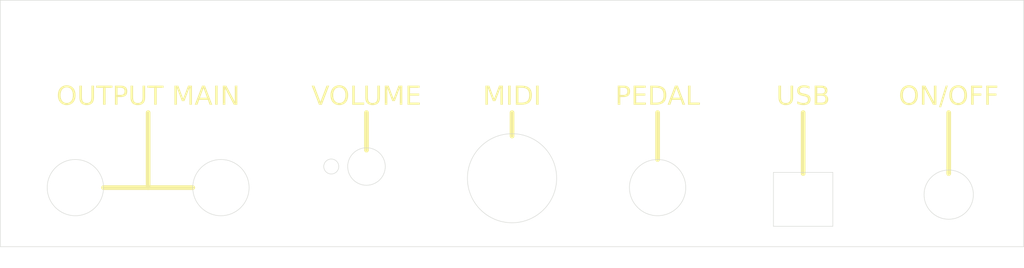
<source format=kicad_pcb>
(kicad_pcb
	(version 20240108)
	(generator "pcbnew")
	(generator_version "8.0")
	(general
		(thickness 1.6)
		(legacy_teardrops no)
	)
	(paper "A4")
	(layers
		(0 "F.Cu" signal)
		(31 "B.Cu" signal)
		(32 "B.Adhes" user "B.Adhesive")
		(33 "F.Adhes" user "F.Adhesive")
		(34 "B.Paste" user)
		(35 "F.Paste" user)
		(36 "B.SilkS" user "B.Silkscreen")
		(37 "F.SilkS" user "F.Silkscreen")
		(38 "B.Mask" user)
		(39 "F.Mask" user)
		(40 "Dwgs.User" user "User.Drawings")
		(41 "Cmts.User" user "User.Comments")
		(42 "Eco1.User" user "User.Eco1")
		(43 "Eco2.User" user "User.Eco2")
		(44 "Edge.Cuts" user)
		(45 "Margin" user)
		(46 "B.CrtYd" user "B.Courtyard")
		(47 "F.CrtYd" user "F.Courtyard")
		(48 "B.Fab" user)
		(49 "F.Fab" user)
		(50 "User.1" user)
		(51 "User.2" user)
		(52 "User.3" user)
		(53 "User.4" user)
		(54 "User.5" user)
		(55 "User.6" user)
		(56 "User.7" user)
		(57 "User.8" user)
		(58 "User.9" user)
	)
	(setup
		(pad_to_mask_clearance 0)
		(allow_soldermask_bridges_in_footprints no)
		(aux_axis_origin 44.13 69.7725)
		(grid_origin 44.13 69.7725)
		(pcbplotparams
			(layerselection 0x0001020_7ffffffe)
			(plot_on_all_layers_selection 0x0000000_00000000)
			(disableapertmacros no)
			(usegerberextensions no)
			(usegerberattributes yes)
			(usegerberadvancedattributes yes)
			(creategerberjobfile yes)
			(dashed_line_dash_ratio 12.000000)
			(dashed_line_gap_ratio 3.000000)
			(svgprecision 4)
			(plotframeref no)
			(viasonmask no)
			(mode 1)
			(useauxorigin no)
			(hpglpennumber 1)
			(hpglpenspeed 20)
			(hpglpendiameter 15.000000)
			(pdf_front_fp_property_popups yes)
			(pdf_back_fp_property_popups yes)
			(dxfpolygonmode yes)
			(dxfimperialunits yes)
			(dxfusepcbnewfont yes)
			(psnegative no)
			(psa4output no)
			(plotreference yes)
			(plotvalue yes)
			(plotfptext yes)
			(plotinvisibletext no)
			(sketchpadsonfab no)
			(subtractmaskfromsilk no)
			(outputformat 1)
			(mirror no)
			(drillshape 0)
			(scaleselection 1)
			(outputdirectory "Gerber/")
		)
	)
	(net 0 "")
	(gr_line
		(start 184.095 103.7525)
		(end 184.095 93.7525)
		(stroke
			(width 1)
			(type default)
		)
		(layer "F.SilkS")
		(uuid "0555fc90-7724-4b67-934f-19f21f439188")
	)
	(gr_line
		(start 246.095 106.7525)
		(end 246.095 93.7525)
		(stroke
			(width 1)
			(type default)
		)
		(layer "F.SilkS")
		(uuid "2e54e2e7-c93b-426d-8e45-da9b8f060234")
	)
	(gr_line
		(start 122.095 93.7525)
		(end 122.095 101.7525)
		(stroke
			(width 1)
			(type default)
		)
		(layer "F.SilkS")
		(uuid "52b0b9ba-6df9-455c-9e5c-d28b312d7310")
	)
	(gr_line
		(start 215.095 106.7525)
		(end 215.095 93.7525)
		(stroke
			(width 1)
			(type default)
		)
		(layer "F.SilkS")
		(uuid "bbda1df5-40be-497c-a794-e21a6ed9b7ce")
	)
	(gr_line
		(start 75.595 93.7525)
		(end 75.595 109.7525)
		(stroke
			(width 1)
			(type default)
		)
		(layer "F.SilkS")
		(uuid "d41e91c9-562e-4a97-b674-d8b7af9bf44b")
	)
	(gr_line
		(start 85.095 109.7525)
		(end 66.095 109.7525)
		(stroke
			(width 1)
			(type default)
		)
		(layer "F.SilkS")
		(uuid "ebe105da-3737-4eda-b953-208b7c681ba9")
	)
	(gr_line
		(start 153.095 98.7525)
		(end 153.095 93.7525)
		(stroke
			(width 1)
			(type default)
		)
		(layer "F.SilkS")
		(uuid "eeff2fd1-1c8a-4efd-9d27-a33aae45bd22")
	)
	(gr_circle
		(center 153.095 107.7525)
		(end 162.595 107.7525)
		(stroke
			(width 0.1)
			(type default)
		)
		(fill none)
		(layer "Edge.Cuts")
		(uuid "0332b05c-f02c-46e4-b35f-02443e178b90")
	)
	(gr_line
		(start 208.77 118.0025)
		(end 208.77 106.5025)
		(stroke
			(width 0.1)
			(type default)
		)
		(layer "Edge.Cuts")
		(uuid "08dc20b8-f709-4ee2-bff9-954f3c507d52")
	)
	(gr_line
		(start 262.06 122.3525)
		(end 44.13 122.3525)
		(stroke
			(width 0.1)
			(type default)
		)
		(layer "Edge.Cuts")
		(uuid "13d3467d-858f-4a37-8fa4-150ae1e83493")
	)
	(gr_line
		(start 208.77 106.5025)
		(end 221.42 106.5025)
		(stroke
			(width 0.1)
			(type default)
		)
		(layer "Edge.Cuts")
		(uuid "14a9388b-9e9c-45c2-9818-c195f3054573")
	)
	(gr_line
		(start 44.13 122.3525)
		(end 44.13 69.7725)
		(stroke
			(width 0.1)
			(type default)
		)
		(layer "Edge.Cuts")
		(uuid "24475d67-3458-41bb-bfb0-d994e410c17c")
	)
	(gr_line
		(start 262.06 69.7725)
		(end 262.06 122.3525)
		(stroke
			(width 0.1)
			(type default)
		)
		(layer "Edge.Cuts")
		(uuid "407da51c-e5f3-4c35-91ab-52a8f420da34")
	)
	(gr_circle
		(center 184.095 109.7525)
		(end 190.095 109.7525)
		(stroke
			(width 0.1)
			(type default)
		)
		(fill none)
		(layer "Edge.Cuts")
		(uuid "5d0f6ea7-7e21-4ea2-a2cd-d4dcf37db84d")
	)
	(gr_line
		(start 44.13 69.7725)
		(end 262.06 69.7725)
		(stroke
			(width 0.1)
			(type default)
		)
		(layer "Edge.Cuts")
		(uuid "793ad1c0-040e-481b-a5f0-198e8239df99")
	)
	(gr_circle
		(center 91.095 109.7525)
		(end 97.095 109.7525)
		(stroke
			(width 0.1)
			(type default)
		)
		(fill none)
		(layer "Edge.Cuts")
		(uuid "7f4e10aa-0033-4a0b-af4a-72457f218791")
	)
	(gr_circle
		(center 246.095 111.2525)
		(end 251.345 111.2525)
		(stroke
			(width 0.1)
			(type default)
		)
		(fill none)
		(layer "Edge.Cuts")
		(uuid "8d160a7c-708b-4ccf-8860-b29c85fa6ab4")
	)
	(gr_line
		(start 221.42 118.0025)
		(end 208.77 118.0025)
		(stroke
			(width 0.1)
			(type default)
		)
		(layer "Edge.Cuts")
		(uuid "92770783-acd7-4c0a-972b-94842026dbf4")
	)
	(gr_circle
		(center 60.095 109.7525)
		(end 66.095 109.7525)
		(stroke
			(width 0.1)
			(type default)
		)
		(fill none)
		(layer "Edge.Cuts")
		(uuid "bf226ac6-c605-473d-8be3-9194b5694e20")
	)
	(gr_circle
		(center 122.095 105.2525)
		(end 126.095 105.2525)
		(stroke
			(width 0.1)
			(type default)
		)
		(fill none)
		(layer "Edge.Cuts")
		(uuid "c5296f55-be81-4c92-be99-4c1f1613d4af")
	)
	(gr_line
		(start 221.42 106.5025)
		(end 221.42 118.0025)
		(stroke
			(width 0.1)
			(type default)
		)
		(layer "Edge.Cuts")
		(uuid "d597e77b-a2f6-4210-bdd2-7bc706cade26")
	)
	(gr_circle
		(center 114.595 105.2525)
		(end 116.195 105.2525)
		(stroke
			(width 0.1)
			(type default)
		)
		(fill none)
		(layer "Edge.Cuts")
		(uuid "ff83e649-235b-4fd8-a66d-77e33a6f1668")
	)
	(gr_line
		(start 44.095 93.7525)
		(end 262.095 93.7525)
		(stroke
			(width 0.1)
			(type default)
		)
		(layer "User.2")
		(uuid "f16fca31-41a6-4b3a-9291-4225d63072f3")
	)
	(gr_text "PEDAL"
		(at 184.095 92.7525 0)
		(layer "F.SilkS")
		(uuid "07b51b51-e96f-4df7-8a49-9433a9c9deb0")
		(effects
			(font
				(face "Imagine Font")
				(size 4 4)
				(thickness 0.1)
			)
			(justify bottom)
		)
		(render_cache "PEDAL" 0
			(polygon
				(pts
					(xy 177.103793 90.696924) (xy 174.302816 90.696924) (xy 174.302816 92.0725) (xy 173.602328 92.0725)
					(xy 173.602328 89.996435) (xy 174.302816 89.996435) (xy 176.403304 89.996435) (xy 176.403304 89.271523)
					(xy 174.302816 89.271523) (xy 174.302816 89.996435) (xy 173.602328 89.996435) (xy 173.602328 88.571034)
					(xy 177.103793 88.571034)
				)
			)
			(polygon
				(pts
					(xy 177.799397 92.0725) (xy 177.799397 88.571034) (xy 181.300862 88.571034) (xy 181.300862 89.271523)
					(xy 178.499885 89.271523) (xy 178.499885 89.996435) (xy 179.894023 89.996435) (xy 179.894023 90.696924)
					(xy 178.499885 90.696924) (xy 178.499885 91.372011) (xy 181.300862 91.372011) (xy 181.300862 92.0725)
				)
			)
			(polygon
				(pts
					(xy 185.497931 89.271523) (xy 185.497931 91.366149) (xy 184.791581 92.0725) (xy 181.996466 92.0725)
					(xy 181.996466 91.372011) (xy 182.696954 91.372011) (xy 184.557108 91.372011) (xy 184.797443 91.137538)
					(xy 184.797443 89.511857) (xy 184.557108 89.271523) (xy 182.696954 89.271523) (xy 182.696954 91.372011)
					(xy 181.996466 91.372011) (xy 181.996466 88.571034) (xy 184.791581 88.571034)
				)
			)
			(polygon
				(pts
					(xy 189.695 92.0725) (xy 188.994512 92.0725) (xy 188.994512 90.696924) (xy 186.894023 90.696924)
					(xy 186.894023 92.0725) (xy 186.193535 92.0725) (xy 186.193535 89.996435) (xy 186.894023 89.996435)
					(xy 188.994512 89.996435) (xy 188.994512 89.271523) (xy 186.894023 89.271523) (xy 186.894023 89.996435)
					(xy 186.193535 89.996435) (xy 186.193535 88.571034) (xy 189.695 88.571034)
				)
			)
			(polygon
				(pts
					(xy 190.390604 92.0725) (xy 190.390604 88.571034) (xy 191.091092 88.571034) (xy 191.091092 91.372011)
					(xy 193.892069 91.372011) (xy 193.892069 92.0725)
				)
			)
		)
	)
	(gr_text "ON/OFF"
		(at 246.095 92.7525 0)
		(layer "F.SilkS")
		(uuid "1c9b55df-dcda-4951-9436-42da94354e7d")
		(effects
			(font
				(face "Imagine Font")
				(size 4 4)
				(thickness 0.1)
			)
			(justify bottom)
		)
		(render_cache "ON/OFF" 0
			(polygon
				(pts
					(xy 237.005258 92.0725) (xy 233.503793 92.0725) (xy 233.503793 91.372011) (xy 234.204281 91.372011)
					(xy 236.304769 91.372011) (xy 236.304769 89.271523) (xy 234.204281 89.271523) (xy 234.204281 91.372011)
					(xy 233.503793 91.372011) (xy 233.503793 88.571034) (xy 237.005258 88.571034)
				)
			)
			(polygon
				(pts
					(xy 237.700862 92.0725) (xy 237.700862 88.571034) (xy 241.202327 88.571034) (xy 241.202327 92.0725)
					(xy 240.501839 92.0725) (xy 240.501839 89.271523) (xy 238.40135 89.271523) (xy 238.40135 92.0725)
				)
			)
			(polygon
				(pts
					(xy 241.897931 92.0725) (xy 242.598419 91.36908) (xy 243.297931 90.666638) (xy 243.998419 89.962241)
					(xy 244.697931 89.258822) (xy 245.398419 89.258822) (xy 244.697931 89.962241) (xy 243.998419 90.666638)
					(xy 243.297931 91.36908) (xy 242.598419 92.0725)
				)
			)
			(polygon
				(pts
					(xy 249.596465 92.0725) (xy 246.095 92.0725) (xy 246.095 91.372011) (xy 246.795488 91.372011) (xy 248.895977 91.372011)
					(xy 248.895977 89.271523) (xy 246.795488 89.271523) (xy 246.795488 91.372011) (xy 246.095 91.372011)
					(xy 246.095 88.571034) (xy 249.596465 88.571034)
				)
			)
			(polygon
				(pts
					(xy 250.292069 92.0725) (xy 250.292069 88.571034) (xy 253.793534 88.571034) (xy 253.793534 89.271523)
					(xy 250.992557 89.271523) (xy 250.992557 89.996435) (xy 252.386696 89.996435) (xy 252.386696 90.696924)
					(xy 250.992557 90.696924) (xy 250.992557 92.0725)
				)
			)
			(polygon
				(pts
					(xy 254.489138 92.0725) (xy 254.489138 88.571034) (xy 257.990603 88.571034) (xy 257.990603 89.271523)
					(xy 255.189626 89.271523) (xy 255.189626 89.996435) (xy 256.583765 89.996435) (xy 256.583765 90.696924)
					(xy 255.189626 90.696924) (xy 255.189626 92.0725)
				)
			)
		)
	)
	(gr_text "USB"
		(at 215.095 92.7525 0)
		(layer "F.SilkS")
		(uuid "2115ab11-0c38-4274-86e9-815110a61a2e")
		(effects
			(font
				(face "Imagine Font")
				(size 4 4)
				(thickness 0.1)
			)
			(justify bottom)
		)
		(render_cache "USB" 0
			(polygon
				(pts
					(xy 208.799397 92.0725) (xy 208.799397 88.571034) (xy 209.499885 88.571034) (xy 209.499885 91.372011)
					(xy 211.600373 91.372011) (xy 211.600373 88.571034) (xy 212.300862 88.571034) (xy 212.300862 92.0725)
				)
			)
			(polygon
				(pts
					(xy 212.996466 92.0725) (xy 212.996466 91.372011) (xy 215.797443 91.372011) (xy 215.797443 90.696924)
					(xy 212.996466 90.696924) (xy 212.996466 88.571034) (xy 216.497931 88.571034) (xy 216.497931 89.271523)
					(xy 213.696954 89.271523) (xy 213.696954 89.996435) (xy 216.497931 89.996435) (xy 216.497931 92.0725)
				)
			)
			(polygon
				(pts
					(xy 220.695 92.0725) (xy 217.193535 92.0725) (xy 217.193535 91.372011) (xy 217.894023 91.372011)
					(xy 219.994512 91.372011) (xy 219.994512 90.696924) (xy 217.894023 90.696924) (xy 217.894023 91.372011)
					(xy 217.193535 91.372011) (xy 217.193535 89.996435) (xy 217.894023 89.996435) (xy 219.994512 89.996435)
					(xy 219.994512 89.271523) (xy 217.894023 89.271523) (xy 217.894023 89.996435) (xy 217.193535 89.996435)
					(xy 217.193535 88.571034) (xy 220.695 88.571034)
				)
			)
		)
	)
	(gr_text "MIDI"
		(at 153.095 92.7525 0)
		(layer "F.SilkS")
		(uuid "35ea05f0-f74f-4dfa-9fe5-9ecbd9d0e58a")
		(effects
			(font
				(face "Imagine Font")
				(size 4 4)
				(thickness 0.1)
			)
			(justify bottom)
		)
		(render_cache "MIDI" 0
			(polygon
				(pts
					(xy 147.498908 92.0725) (xy 147.498908 88.571034) (xy 150.950547 88.571034) (xy 150.950547 92.0725)
					(xy 150.250059 92.0725) (xy 150.250059 89.271523) (xy 149.574972 89.271523) (xy 149.574972 92.0725)
					(xy 148.874483 92.0725) (xy 148.874483 89.271523) (xy 148.199396 89.271523) (xy 148.199396 92.0725)
				)
			)
			(polygon
				(pts
					(xy 151.695977 92.0725) (xy 151.695977 88.571034) (xy 152.396465 88.571034) (xy 152.396465 92.0725)
				)
			)
			(polygon
				(pts
					(xy 156.596465 89.271523) (xy 156.596465 91.366149) (xy 155.890115 92.0725) (xy 153.095 92.0725)
					(xy 153.095 91.372011) (xy 153.795488 91.372011) (xy 155.655642 91.372011) (xy 155.895977 91.137538)
					(xy 155.895977 89.511857) (xy 155.655642 89.271523) (xy 153.795488 89.271523) (xy 153.795488 91.372011)
					(xy 153.095 91.372011) (xy 153.095 88.571034) (xy 155.890115 88.571034)
				)
			)
			(polygon
				(pts
					(xy 157.292069 92.0725) (xy 157.292069 88.571034) (xy 157.992557 88.571034) (xy 157.992557 92.0725)
				)
			)
		)
	)
	(gr_text "VOLUME"
		(at 122.095 92.7525 0)
		(layer "F.SilkS")
		(uuid "643aed31-b0c5-4fbf-80ec-1f9016eb86fd")
		(effects
			(font
				(face "Imagine Font")
				(size 4 4)
				(thickness 0.1)
			)
			(justify bottom)
		)
		(render_cache "VOLUME" 0
			(polygon
				(pts
					(xy 111.44015 91.322185) (xy 112.304769 90.448773) (xy 112.304769 88.571034) (xy 113.005258 88.571034)
					(xy 113.005258 90.679338) (xy 111.604281 92.0725) (xy 110.904769 92.0725) (xy 109.503793 90.679338)
					(xy 109.503793 88.571034) (xy 110.204281 88.571034) (xy 110.204281 90.404809) (xy 111.128496 91.322185)
				)
			)
			(polygon
				(pts
					(xy 117.202327 92.0725) (xy 113.700862 92.0725) (xy 113.700862 91.372011) (xy 114.40135 91.372011)
					(xy 116.501839 91.372011) (xy 116.501839 89.271523) (xy 114.40135 89.271523) (xy 114.40135 91.372011)
					(xy 113.700862 91.372011) (xy 113.700862 88.571034) (xy 117.202327 88.571034)
				)
			)
			(polygon
				(pts
					(xy 117.897931 92.0725) (xy 117.897931 88.571034) (xy 118.598419 88.571034) (xy 118.598419 91.372011)
					(xy 121.399396 91.372011) (xy 121.399396 92.0725)
				)
			)
			(polygon
				(pts
					(xy 122.095 92.0725) (xy 122.095 88.571034) (xy 122.795488 88.571034) (xy 122.795488 91.372011)
					(xy 124.895977 91.372011) (xy 124.895977 88.571034) (xy 125.596465 88.571034) (xy 125.596465 92.0725)
				)
			)
			(polygon
				(pts
					(xy 126.292069 92.0725) (xy 126.292069 88.571034) (xy 129.743709 88.571034) (xy 129.743709 92.0725)
					(xy 129.04322 92.0725) (xy 129.04322 89.271523) (xy 128.368133 89.271523) (xy 128.368133 92.0725)
					(xy 127.667645 92.0725) (xy 127.667645 89.271523) (xy 126.992557 89.271523) (xy 126.992557 92.0725)
				)
			)
			(polygon
				(pts
					(xy 130.489138 92.0725) (xy 130.489138 88.571034) (xy 133.990603 88.571034) (xy 133.990603 89.271523)
					(xy 131.189626 89.271523) (xy 131.189626 89.996435) (xy 132.583765 89.996435) (xy 132.583765 90.696924)
					(xy 131.189626 90.696924) (xy 131.189626 91.372011) (xy 133.990603 91.372011) (xy 133.990603 92.0725)
				)
			)
		)
	)
	(gr_text "OUTPUT MAIN"
		(at 75.595 92.7525 0)
		(layer "F.SilkS")
		(uuid "e9c0eb28-a244-479a-8d3a-877fece182d9")
		(effects
			(font
				(face "Imagine Font")
				(size 4 4)
				(thickness 0.1)
			)
			(justify bottom)
		)
		(render_cache "OUTPUT MAIN" 0
			(polygon
				(pts
					(xy 58.810632 92.0725) (xy 55.309167 92.0725) (xy 55.309167 91.372011) (xy 56.009655 91.372011)
					(xy 58.110143 91.372011) (xy 58.110143 89.271523) (xy 56.009655 89.271523) (xy 56.009655 91.372011)
					(xy 55.309167 91.372011) (xy 55.309167 88.571034) (xy 58.810632 88.571034)
				)
			)
			(polygon
				(pts
					(xy 59.506236 92.0725) (xy 59.506236 88.571034) (xy 60.206724 88.571034) (xy 60.206724 91.372011)
					(xy 62.307213 91.372011) (xy 62.307213 88.571034) (xy 63.007701 88.571034) (xy 63.007701 92.0725)
				)
			)
			(polygon
				(pts
					(xy 65.07888 92.0725) (xy 65.07888 89.271523) (xy 63.703305 89.271523) (xy 63.703305 88.571034)
					(xy 67.20477 88.571034) (xy 67.20477 89.271523) (xy 65.779369 89.271523) (xy 65.779369 92.0725)
				)
			)
			(polygon
				(pts
					(xy 71.401839 90.696924) (xy 68.600862 90.696924) (xy 68.600862 92.0725) (xy 67.900374 92.0725)
					(xy 67.900374 89.996435) (xy 68.600862 89.996435) (xy 70.701351 89.996435) (xy 70.701351 89.271523)
					(xy 68.600862 89.271523) (xy 68.600862 89.996435) (xy 67.900374 89.996435) (xy 67.900374 88.571034)
					(xy 71.401839 88.571034)
				)
			)
			(polygon
				(pts
					(xy 72.097443 92.0725) (xy 72.097443 88.571034) (xy 72.797931 88.571034) (xy 72.797931 91.372011)
					(xy 74.89842 91.372011) (xy 74.89842 88.571034) (xy 75.598908 88.571034) (xy 75.598908 92.0725)
				)
			)
			(polygon
				(pts
					(xy 77.670088 92.0725) (xy 77.670088 89.271523) (xy 76.294512 89.271523) (xy 76.294512 88.571034)
					(xy 79.795977 88.571034) (xy 79.795977 89.271523) (xy 78.370576 89.271523) (xy 78.370576 92.0725)
				)
			)
			(polygon
				(pts
					(xy 81.890604 92.0725) (xy 81.890604 88.571034) (xy 85.342244 88.571034) (xy 85.342244 92.0725)
					(xy 84.641755 92.0725) (xy 84.641755 89.271523) (xy 83.966668 89.271523) (xy 83.966668 92.0725)
					(xy 83.26618 92.0725) (xy 83.26618 89.271523) (xy 82.591093 89.271523) (xy 82.591093 92.0725)
				)
			)
			(polygon
				(pts
					(xy 89.589139 92.0725) (xy 88.88865 92.0725) (xy 88.88865 90.696924) (xy 86.788162 90.696924) (xy 86.788162 92.0725)
					(xy 86.087673 92.0725) (xy 86.087673 89.996435) (xy 86.788162 89.996435) (xy 88.88865 89.996435)
					(xy 88.88865 89.271523) (xy 86.788162 89.271523) (xy 86.788162 89.996435) (xy 86.087673 89.996435)
					(xy 86.087673 88.571034) (xy 89.589139 88.571034)
				)
			)
			(polygon
				(pts
					(xy 90.284742 92.0725) (xy 90.284742 88.571034) (xy 90.985231 88.571034) (xy 90.985231 92.0725)
				)
			)
			(polygon
				(pts
					(xy 91.683765 92.0725) (xy 91.683765 88.571034) (xy 95.185231 88.571034) (xy 95.185231 92.0725)
					(xy 94.484742 92.0725) (xy 94.484742 89.271523) (xy 92.384254 89.271523) (xy 92.384254 92.0725)
				)
			)
		)
	)
	(dimension
		(type aligned)
		(layer "B.Fab")
		(uuid "44de8ce3-6012-434c-9240-3fee7cc7fb26")
		(pts
			(xy 60.095 109.7525) (xy 75.595 109.7525)
		)
		(height 16.5)
		(gr_text "15,5000 mm"
			(at 67.845 125.1025 0)
			(layer "B.Fab")
			(uuid "44de8ce3-6012-434c-9240-3fee7cc7fb26")
			(effects
				(font
					(size 1 1)
					(thickness 0.15)
				)
			)
		)
		(format
			(prefix "")
			(suffix "")
			(units 3)
			(units_format 1)
			(precision 4)
		)
		(style
			(thickness 0.1)
			(arrow_length 1.27)
			(text_position_mode 0)
			(extension_height 0.58642)
			(extension_offset 0.5) keep_text_aligned)
	)
	(dimension
		(type aligned)
		(layer "B.Fab")
		(uuid "72afb65f-c082-496a-8c22-d0452614b388")
		(pts
			(xy 91.095 109.7525) (xy 75.595 109.7525)
		)
		(height -16.5)
		(gr_text "15,5000 mm"
			(at 83.345 125.1025 0)
			(layer "B.Fab")
			(uuid "72afb65f-c082-496a-8c22-d0452614b388")
			(effects
				(font
					(size 1 1)
					(thickness 0.15)
				)
			)
		)
		(format
			(prefix "")
			(suffix "")
			(units 3)
			(units_format 1)
			(precision 4)
		)
		(style
			(thickness 0.1)
			(arrow_length 1.27)
			(text_position_mode 0)
			(extension_height 0.58642)
			(extension_offset 0.5) keep_text_aligned)
	)
	(group ""
		(uuid "d3484a38-b6ef-449e-81e2-d35c8636f343")
		(members "0332b05c-f02c-46e4-b35f-02443e178b90" "08dc20b8-f709-4ee2-bff9-954f3c507d52"
			"13d3467d-858f-4a37-8fa4-150ae1e83493" "14a9388b-9e9c-45c2-9818-c195f3054573"
			"24475d67-3458-41bb-bfb0-d994e410c17c" "407da51c-e5f3-4c35-91ab-52a8f420da34"
			"5d0f6ea7-7e21-4ea2-a2cd-d4dcf37db84d" "793ad1c0-040e-481b-a5f0-198e8239df99"
			"7f4e10aa-0033-4a0b-af4a-72457f218791" "8d160a7c-708b-4ccf-8860-b29c85fa6ab4"
			"92770783-acd7-4c0a-972b-94842026dbf4" "bf226ac6-c605-473d-8be3-9194b5694e20"
			"c5296f55-be81-4c92-be99-4c1f1613d4af" "d597e77b-a2f6-4210-bdd2-7bc706cade26"
			"ff83e649-235b-4fd8-a66d-77e33a6f1668"
		)
	)
)

</source>
